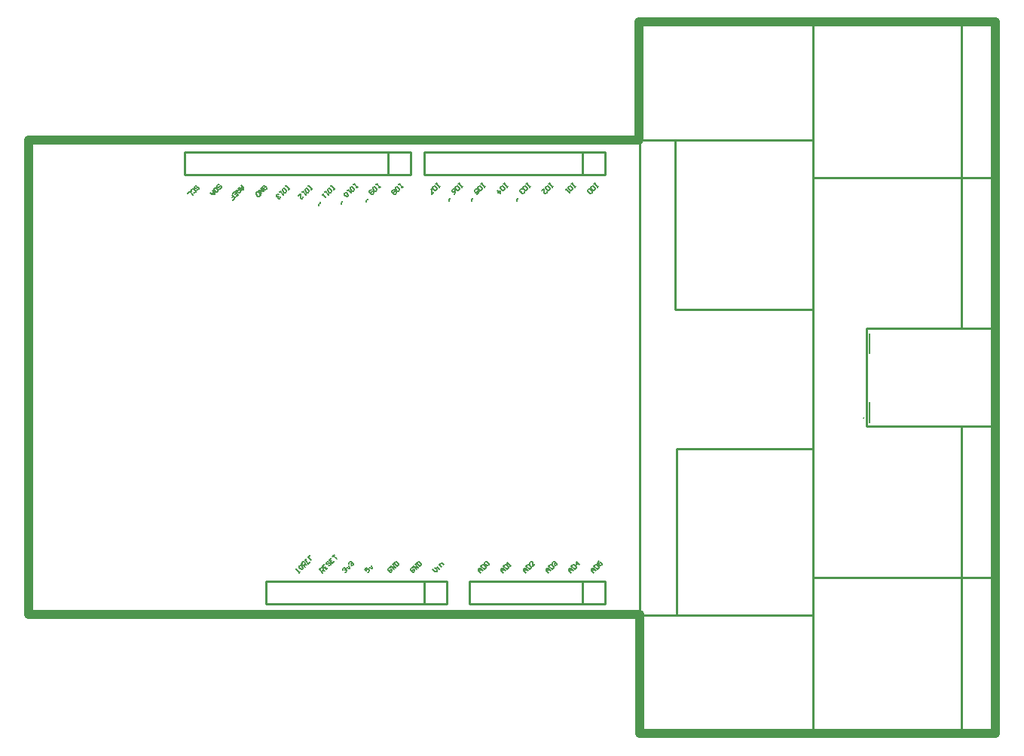
<source format=gto>
G04*
G04 #@! TF.GenerationSoftware,Altium Limited,Altium Designer,21.7.2 (23)*
G04*
G04 Layer_Color=65535*
%FSLAX44Y44*%
%MOMM*%
G71*
G04*
G04 #@! TF.SameCoordinates,4DA13975-460D-43A1-ABA8-CDB05979C8EE*
G04*
G04*
G04 #@! TF.FilePolarity,Positive*
G04*
G01*
G75*
%ADD10C,0.2000*%
%ADD11C,0.2540*%
%ADD12C,0.1270*%
%ADD13C,1.0000*%
D10*
X938000Y-45000D02*
G03*
X938000Y-45000I-500J0D01*
G01*
X945000Y27500D02*
Y50000D01*
Y-50000D02*
Y-27500D01*
X1086000Y-51960D02*
Y52000D01*
D11*
X686000Y267000D02*
X686000Y-267000D01*
X941000Y56000D02*
X1086000D01*
X941000Y-54000D02*
Y56000D01*
X1048000Y-400000D02*
Y-54000D01*
Y56000D02*
Y400000D01*
X941000Y-54000D02*
X1086000D01*
X726000Y77000D02*
Y267000D01*
Y77000D02*
X881000D01*
X686000Y267000D02*
X881000D01*
X881020Y224980D02*
Y399980D01*
X728000Y-266000D02*
Y-80000D01*
X881000D01*
X686000Y-267000D02*
X881000D01*
X881020Y-399980D02*
Y-224980D01*
X881040Y225000D02*
X886000D01*
X881020Y224980D02*
X881040Y225000D01*
X881020Y-224980D02*
Y224980D01*
X886000Y225000D02*
X1086000D01*
X881020Y-224980D02*
X1086500D01*
X469900Y-254000D02*
Y-228600D01*
X266700Y-254000D02*
X469900D01*
X266700D02*
Y-228600D01*
X469900D01*
X444500Y-254000D02*
Y-228600D01*
X403860Y254000D02*
X429260D01*
X175260Y228600D02*
X403860D01*
X175260D02*
Y254000D01*
X403860D01*
Y228600D02*
Y254000D01*
Y228600D02*
X429260D01*
Y254000D01*
X647700Y228600D02*
Y254000D01*
X444500Y228600D02*
X647700D01*
X444500D02*
Y254000D01*
X647700D01*
X622300Y228600D02*
Y254000D01*
X647700Y-241300D02*
Y-228600D01*
X622300D02*
X647700D01*
X622300Y-254000D02*
Y-228600D01*
X495300Y-254000D02*
X622300D01*
X495300D02*
Y-228600D01*
X622300D01*
Y-254000D02*
X647700D01*
Y-241300D01*
D12*
X188559Y211257D02*
X189755D01*
X190952Y212454D01*
X190952Y213652D01*
X190354Y214250D01*
X189157Y214250D01*
X187960Y213053D01*
X186763Y213053D01*
X186165Y213652D01*
X186164Y214848D01*
X187362Y216045D01*
X188559D01*
X184968Y207667D02*
X186164D01*
X187362Y208864D01*
X187362Y210061D01*
X184968Y212454D01*
X183771D01*
X182574Y211257D01*
Y210061D01*
X184369Y205871D02*
X180778Y209462D01*
X178384Y207068D01*
X213958Y212528D02*
X215155D01*
X216352Y213724D01*
X216353Y214921D01*
X215754Y215520D01*
X214557Y215520D01*
X213360Y214323D01*
X212163Y214323D01*
X211565Y214921D01*
X211565Y216119D01*
X212761Y217315D01*
X213958D01*
X213360Y210732D02*
X209769Y214323D01*
X207974Y212528D01*
Y211331D01*
X210368Y208937D01*
X211565D01*
X213360Y210732D01*
X206178D02*
X208572Y208338D01*
Y205944D01*
X206178D01*
X203784Y208338D01*
X205580Y206543D01*
X207974Y208937D01*
X299939Y-215593D02*
X301136Y-214396D01*
X300538Y-214995D01*
X304128Y-218585D01*
X303530Y-219184D01*
X304727Y-217987D01*
X304727Y-210805D02*
X303530Y-212002D01*
X303530Y-213199D01*
X305924Y-215593D01*
X307121D01*
X308318Y-214396D01*
Y-213199D01*
X305924Y-210805D01*
X304727D01*
X310113Y-212600D02*
X306523Y-209010D01*
X308318Y-207214D01*
X309515D01*
X310712Y-208411D01*
Y-209608D01*
X308916Y-211404D01*
X310113Y-210207D02*
X312507D01*
Y-203025D02*
X310113Y-205419D01*
X313704Y-209010D01*
X316098Y-206616D01*
X311909Y-207214D02*
X313106Y-206017D01*
X316098Y-199434D02*
X313704Y-201828D01*
X315500Y-203623D01*
X316697Y-202426D01*
X315500Y-203623D01*
X317295Y-205419D01*
X330200Y-219184D02*
X326609Y-215593D01*
X328405Y-213797D01*
X329602D01*
X330798Y-214995D01*
X330798Y-216192D01*
X329003Y-217987D01*
X330200Y-216790D02*
X332594D01*
Y-209608D02*
X330200Y-212002D01*
X333791Y-215593D01*
X336185Y-213199D01*
X331995Y-213797D02*
X333192Y-212600D01*
X336783Y-206616D02*
X335586D01*
X334389Y-207813D01*
Y-209010D01*
X334988Y-209608D01*
X336185Y-209608D01*
X337382Y-208411D01*
X338579Y-208411D01*
X339177Y-209010D01*
X339177Y-210207D01*
X337980Y-211404D01*
X336783D01*
X339776Y-202426D02*
X337382Y-204820D01*
X340973Y-208411D01*
X343367Y-206017D01*
X339177Y-206616D02*
X340374Y-205419D01*
X340973Y-201229D02*
X343367Y-198835D01*
X342170Y-200032D01*
X345761Y-203623D01*
X352607Y-216192D02*
X352608Y-214995D01*
X353805Y-213797D01*
X355001D01*
X355600Y-214396D01*
Y-215593D01*
X355001Y-216192D01*
X355600Y-215593D01*
X356797Y-215593D01*
X357395Y-216192D01*
X357396Y-217388D01*
X356199Y-218585D01*
X355001D01*
X356797Y-213199D02*
X360388Y-214396D01*
X359191Y-210805D01*
X359789Y-209010D02*
Y-207813D01*
X360986Y-206616D01*
X362183D01*
X362782Y-207214D01*
Y-208411D01*
X362183Y-209010D01*
X362782Y-208411D01*
X363979Y-208411D01*
X364577Y-209010D01*
X364577Y-210207D01*
X363380Y-211404D01*
X362183D01*
X379803Y-213199D02*
X377409Y-215593D01*
X379204Y-217388D01*
X379803Y-215593D01*
X380401Y-214995D01*
X381599D01*
X382795Y-216192D01*
X382795Y-217388D01*
X381599Y-218585D01*
X380401D01*
X382197Y-213199D02*
X385788Y-214396D01*
X384591Y-210805D01*
X405802Y-213797D02*
X404605D01*
X403408Y-214995D01*
X403408Y-216192D01*
X405802Y-218585D01*
X406998D01*
X408195Y-217388D01*
X408195Y-216192D01*
X406998Y-214995D01*
X405802Y-216192D01*
X409991Y-215593D02*
X406400Y-212002D01*
X412385Y-213199D01*
X408794Y-209608D01*
X409991Y-208411D02*
X413582Y-212002D01*
X415377Y-210207D01*
X415377Y-209010D01*
X412983Y-206616D01*
X411786D01*
X409991Y-208411D01*
X431202Y-213797D02*
X430005D01*
X428808Y-214995D01*
X428807Y-216192D01*
X431202Y-218585D01*
X432398D01*
X433596Y-217388D01*
X433595Y-216192D01*
X432398Y-214995D01*
X431202Y-216192D01*
X435391Y-215593D02*
X431800Y-212002D01*
X437785Y-213199D01*
X434194Y-209608D01*
X435391Y-208411D02*
X438982Y-212002D01*
X440777Y-210207D01*
X440777Y-209010D01*
X438383Y-206616D01*
X437186D01*
X435391Y-208411D01*
X453609Y-215593D02*
X456003Y-217987D01*
X458397D01*
Y-215593D01*
X456003Y-213199D01*
X460791Y-215593D02*
X461988Y-214396D01*
X461389Y-214995D01*
X458996Y-212600D01*
X458397Y-213199D01*
X463783Y-212600D02*
X461389Y-210207D01*
X463185Y-208411D01*
X464382D01*
X466177Y-210207D01*
X508000Y-219184D02*
X505606Y-216790D01*
Y-214396D01*
X508000D01*
X510394Y-216790D01*
X508599Y-214995D01*
X506204Y-217388D01*
X508000Y-212002D02*
X511591Y-215593D01*
X513386Y-213797D01*
Y-212600D01*
X510992Y-210207D01*
X509795D01*
X508000Y-212002D01*
X512189Y-209010D02*
Y-207813D01*
X513386Y-206616D01*
X514583D01*
X516977Y-209010D01*
X516977Y-210207D01*
X515780Y-211404D01*
X514583D01*
X512189Y-209010D01*
X533400Y-219184D02*
X531006Y-216790D01*
Y-214396D01*
X533400D01*
X535794Y-216790D01*
X533998Y-214995D01*
X531604Y-217388D01*
X533400Y-212002D02*
X536991Y-215593D01*
X538786Y-213797D01*
Y-212600D01*
X536392Y-210207D01*
X535196D01*
X533400Y-212002D01*
X540582D02*
X541779Y-210805D01*
X541180Y-211404D01*
X537589Y-207813D01*
Y-209010D01*
X558800Y-219184D02*
X556406Y-216790D01*
Y-214396D01*
X558800D01*
X561194Y-216790D01*
X559398Y-214995D01*
X557005Y-217388D01*
X558800Y-212002D02*
X562391Y-215593D01*
X564186Y-213797D01*
Y-212600D01*
X561792Y-210207D01*
X560596D01*
X558800Y-212002D01*
X568376Y-209608D02*
X565982Y-212002D01*
Y-207214D01*
X565383Y-206616D01*
X564186D01*
X562989Y-207813D01*
Y-209010D01*
X584200Y-219184D02*
X581806Y-216790D01*
Y-214396D01*
X584200D01*
X586594Y-216790D01*
X584799Y-214995D01*
X582405Y-217388D01*
X584200Y-212002D02*
X587791Y-215593D01*
X589586Y-213797D01*
Y-212600D01*
X587192Y-210207D01*
X585995D01*
X584200Y-212002D01*
X588389Y-209010D02*
Y-207813D01*
X589586Y-206616D01*
X590783D01*
X591382Y-207214D01*
Y-208411D01*
X590783Y-209010D01*
X591382Y-208411D01*
X592579Y-208411D01*
X593177Y-209010D01*
X593177Y-210207D01*
X591980Y-211404D01*
X590783D01*
X609600Y-219184D02*
X607206Y-216790D01*
Y-214396D01*
X609600D01*
X611994Y-216790D01*
X610199Y-214995D01*
X607804Y-217388D01*
X609600Y-212002D02*
X613191Y-215593D01*
X614986Y-213797D01*
Y-212600D01*
X612592Y-210207D01*
X611395D01*
X609600Y-212002D01*
X618577Y-210207D02*
X614986Y-206616D01*
Y-210207D01*
X617380Y-207813D01*
X635000Y-219184D02*
X632606Y-216790D01*
Y-214396D01*
X635000D01*
X637394Y-216790D01*
X635598Y-214995D01*
X633204Y-217388D01*
X635000Y-212002D02*
X638591Y-215593D01*
X640386Y-213797D01*
Y-212600D01*
X637992Y-210207D01*
X636796D01*
X635000Y-212002D01*
X640985Y-206017D02*
X638591Y-208411D01*
X640386Y-210207D01*
X640985Y-208411D01*
X641583Y-207813D01*
X642780D01*
X643977Y-209010D01*
X643977Y-210207D01*
X642780Y-211404D01*
X641583D01*
X639861Y215593D02*
X638664Y214396D01*
X639262Y214995D01*
X635672Y218585D01*
X636270Y219184D01*
X635073Y217987D01*
X635073Y210805D02*
X636270Y212002D01*
X636270Y213199D01*
X633876Y215593D01*
X632679D01*
X631482Y214396D01*
Y213199D01*
X633876Y210805D01*
X635073D01*
X632679Y209608D02*
X632679Y208411D01*
X631482Y207214D01*
X630285D01*
X627891Y209608D01*
X627891Y210805D01*
X629088Y212002D01*
X630285D01*
X632679Y209608D01*
X614461Y215593D02*
X613264Y214396D01*
X613862Y214995D01*
X610271Y218585D01*
X610870Y219184D01*
X609673Y217987D01*
X609673Y210805D02*
X610870Y212002D01*
X610870Y213199D01*
X608476Y215593D01*
X607279D01*
X606082Y214396D01*
Y213199D01*
X608476Y210805D01*
X609673D01*
X604287Y212600D02*
X603090Y211404D01*
X603688Y212002D01*
X607279Y208411D01*
X607279Y209608D01*
X589061Y215593D02*
X587864Y214396D01*
X588462Y214995D01*
X584871Y218585D01*
X585470Y219184D01*
X584273Y217987D01*
X584273Y210805D02*
X585470Y212002D01*
X585470Y213199D01*
X583076Y215593D01*
X581879D01*
X580682Y214396D01*
Y213199D01*
X583076Y210805D01*
X584273D01*
X576493Y210207D02*
X578887Y212600D01*
Y207813D01*
X579485Y207214D01*
X580682D01*
X581879Y208411D01*
X581879Y209608D01*
X563661Y215593D02*
X562464Y214396D01*
X563062Y214995D01*
X559472Y218585D01*
X560070Y219184D01*
X558873Y217987D01*
X558873Y210805D02*
X560070Y212002D01*
X560070Y213199D01*
X557676Y215593D01*
X556479D01*
X555282Y214396D01*
Y213199D01*
X557676Y210805D01*
X558873D01*
X556479Y209608D02*
X556479Y208411D01*
X555282Y207214D01*
X554085D01*
X553487Y207813D01*
Y209010D01*
X554085Y209608D01*
X553487Y209010D01*
X552290Y209010D01*
X551691Y209608D01*
X551691Y210805D01*
X552888Y212002D01*
X554085D01*
X549297Y202426D02*
X549297Y201229D01*
X548100Y200032D01*
X548100Y198835D01*
X538261Y215593D02*
X537064Y214396D01*
X537662Y214995D01*
X534072Y218585D01*
X534670Y219184D01*
X533473Y217987D01*
X533473Y210805D02*
X534670Y212002D01*
X534670Y213199D01*
X532276Y215593D01*
X531079D01*
X529882Y214396D01*
Y213199D01*
X532276Y210805D01*
X533473D01*
X526291D02*
X529882Y207214D01*
Y210805D01*
X527488Y208411D01*
X512861Y215593D02*
X511664Y214396D01*
X512262Y214995D01*
X508671Y218585D01*
X509270Y219184D01*
X508073Y217987D01*
X508073Y210805D02*
X509270Y212002D01*
X509270Y213199D01*
X506876Y215593D01*
X505679D01*
X504482Y214396D01*
Y213199D01*
X506876Y210805D01*
X508073D01*
X503884Y206616D02*
X506278Y209010D01*
X504482Y210805D01*
X503884Y209010D01*
X503285Y208411D01*
X502088D01*
X500891Y209608D01*
X500891Y210805D01*
X502088Y212002D01*
X503285D01*
X498497Y202426D02*
X498497Y201229D01*
X497300Y200032D01*
X497300Y198835D01*
X487461Y215593D02*
X486264Y214396D01*
X486862Y214995D01*
X483271Y218585D01*
X483870Y219184D01*
X482673Y217987D01*
X482673Y210805D02*
X483870Y212002D01*
X483870Y213199D01*
X481476Y215593D01*
X480279D01*
X479082Y214396D01*
Y213199D01*
X481476Y210805D01*
X482673D01*
X478484Y206616D02*
X479082Y208411D01*
Y210805D01*
X477885Y212002D01*
X476688D01*
X475491Y210805D01*
X475491Y209608D01*
X476090Y209010D01*
X477287Y209010D01*
X479082Y210805D01*
X473097Y202426D02*
X473097Y201229D01*
X471900Y200032D01*
X471900Y198835D01*
X462061Y215593D02*
X460864Y214396D01*
X461462Y214995D01*
X457872Y218585D01*
X458470Y219184D01*
X457273Y217987D01*
X457273Y210805D02*
X458470Y212002D01*
X458470Y213199D01*
X456076Y215593D01*
X454879D01*
X453682Y214396D01*
Y213199D01*
X456076Y210805D01*
X457273D01*
X455477Y209010D02*
X453084Y206616D01*
X452485Y207214D01*
Y212002D01*
X451887Y212600D01*
X420151Y214849D02*
X418954Y213652D01*
X419552Y214251D01*
X415961Y217841D01*
X416560Y218440D01*
X415363Y217243D01*
X415363Y210061D02*
X416560Y211258D01*
X416560Y212455D01*
X414166Y214849D01*
X412969D01*
X411772Y213652D01*
Y212455D01*
X414166Y210061D01*
X415363D01*
X412969Y208864D02*
X412969Y207667D01*
X411772Y206470D01*
X410575D01*
X409977Y207069D01*
Y208266D01*
X408780Y208266D01*
X408181Y208864D01*
X408181Y210061D01*
X409378Y211258D01*
X410575D01*
X411174Y210660D01*
Y209463D01*
X412371Y209463D01*
X412969Y208864D01*
X411174Y209463D02*
X409977Y208266D01*
X394751Y214849D02*
X393554Y213652D01*
X394152Y214251D01*
X390561Y217841D01*
X391160Y218440D01*
X389963Y217243D01*
X389963Y210061D02*
X391160Y211258D01*
X391160Y212455D01*
X388766Y214849D01*
X387569D01*
X386372Y213652D01*
Y212455D01*
X388766Y210061D01*
X389963D01*
X385175Y211258D02*
X383978D01*
X382781Y210061D01*
X382781Y208864D01*
X385175Y206470D01*
X386372D01*
X387569Y207667D01*
X387569Y208864D01*
X386971Y209463D01*
X385774Y209463D01*
X383978Y207667D01*
X380387Y201682D02*
X380387Y200485D01*
X379190Y199288D01*
X379190Y198091D01*
X369351Y214849D02*
X368154Y213652D01*
X368752Y214251D01*
X365162Y217841D01*
X365760Y218440D01*
X364563Y217243D01*
X364563Y210061D02*
X365760Y211258D01*
X365760Y212455D01*
X363366Y214849D01*
X362169D01*
X360972Y213652D01*
Y212455D01*
X363366Y210061D01*
X364563D01*
X359177Y211857D02*
X357980Y210660D01*
X358578Y211258D01*
X362169Y207667D01*
X362169Y208864D01*
X359177Y205872D02*
Y204675D01*
X357980Y203478D01*
X356783D01*
X354389Y205872D01*
X354389Y207069D01*
X355586Y208266D01*
X356783D01*
X359177Y205872D01*
X351995Y198690D02*
X351995Y197493D01*
X350798Y196296D01*
X350798Y195099D01*
X343951Y213053D02*
X342754Y211856D01*
X343352Y212454D01*
X339762Y216045D01*
X340360Y216644D01*
X339163Y215447D01*
X339163Y208265D02*
X340360Y209462D01*
X340360Y210659D01*
X337966Y213053D01*
X336769D01*
X335572Y211856D01*
Y210659D01*
X337966Y208265D01*
X339163D01*
X333777Y210061D02*
X332580Y208864D01*
X333178Y209462D01*
X336769Y205871D01*
X336769Y207068D01*
X330784D02*
X329587Y205871D01*
X330186Y206470D01*
X333777Y202879D01*
Y204076D01*
X327193Y197492D02*
X327193Y196295D01*
X325996Y195098D01*
X325996Y193901D01*
X318551Y213053D02*
X317354Y211856D01*
X317952Y212454D01*
X314361Y216045D01*
X314960Y216644D01*
X313763Y215447D01*
X313763Y208265D02*
X314960Y209462D01*
X314960Y210659D01*
X312566Y213053D01*
X311369D01*
X310172Y211856D01*
Y210659D01*
X312566Y208265D01*
X313763D01*
X308377Y210061D02*
X307180Y208864D01*
X307778Y209462D01*
X311369Y205871D01*
X311369Y207068D01*
X302990Y204674D02*
X305384Y207068D01*
Y202280D01*
X305983Y201682D01*
X307180D01*
X308377Y202879D01*
Y204076D01*
X293151Y213053D02*
X291954Y211856D01*
X292552Y212454D01*
X288962Y216045D01*
X289560Y216644D01*
X288363Y215447D01*
X288363Y208265D02*
X289560Y209462D01*
X289560Y210659D01*
X287166Y213053D01*
X285969D01*
X284772Y211856D01*
Y210659D01*
X287166Y208265D01*
X288363D01*
X282977Y210061D02*
X281780Y208864D01*
X282378Y209462D01*
X285969Y205871D01*
X285969Y207068D01*
X282977Y204076D02*
Y202879D01*
X281780Y201682D01*
X280583D01*
X279984Y202280D01*
Y203477D01*
X280583Y204076D01*
X279984Y203477D01*
X278787Y203477D01*
X278189Y204076D01*
X278189Y205273D01*
X279386Y206470D01*
X280583D01*
X264758Y211257D02*
X265955D01*
X267152Y212454D01*
X267153Y213652D01*
X264758Y216045D01*
X263561D01*
X262365Y214848D01*
X262365Y213652D01*
X263561Y212454D01*
X264758Y213652D01*
X260569Y213053D02*
X264160Y209462D01*
X258175Y210659D01*
X261766Y207068D01*
X260569Y205871D02*
X256978Y209462D01*
X255183Y207667D01*
X255183Y206470D01*
X257577Y204076D01*
X258774D01*
X260569Y205871D01*
X238760Y216644D02*
X241154Y214250D01*
Y211856D01*
X238760D01*
X236366Y214250D01*
X238162Y212454D01*
X240555Y214848D01*
X235169Y213053D02*
X238760Y209462D01*
X236964Y207667D01*
X235768D01*
X234571Y208864D01*
Y210061D01*
X236366Y211856D01*
X235169Y210659D02*
X232775D01*
Y203477D02*
X235169Y205871D01*
X231578Y209462D01*
X229184Y207068D01*
X233374Y207667D02*
X232177Y206470D01*
X229184Y199886D02*
X231578Y202280D01*
X229783Y204076D01*
X228586Y202879D01*
X229783Y204076D01*
X227987Y205871D01*
D13*
X686000Y-400000D02*
Y-266000D01*
Y-400000D02*
X1085800D01*
X685800Y267000D02*
Y400000D01*
X0Y-266000D02*
X686000D01*
X1085800Y-400000D02*
X1085800Y400000D01*
X685800D02*
X1085800D01*
X0Y267000D02*
X685800D01*
X0Y-266000D02*
Y267000D01*
M02*

</source>
